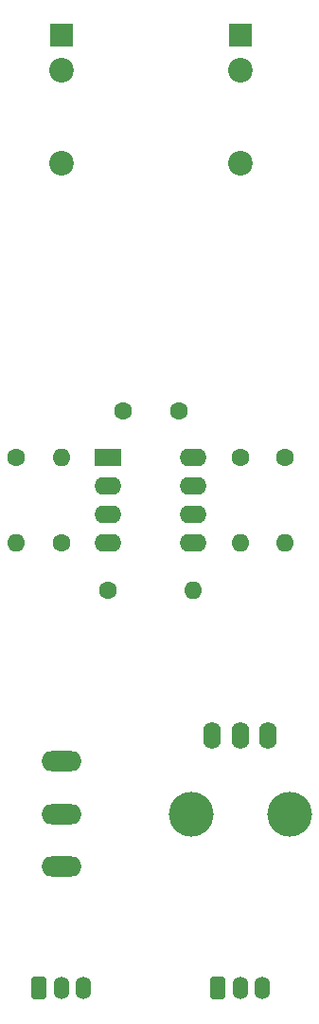
<source format=gbr>
%TF.GenerationSoftware,KiCad,Pcbnew,9.0.4*%
%TF.CreationDate,2026-01-18T07:18:29+11:00*%
%TF.ProjectId,LFO,4c464f2e-6b69-4636-9164-5f7063625858,rev?*%
%TF.SameCoordinates,Original*%
%TF.FileFunction,Soldermask,Top*%
%TF.FilePolarity,Negative*%
%FSLAX46Y46*%
G04 Gerber Fmt 4.6, Leading zero omitted, Abs format (unit mm)*
G04 Created by KiCad (PCBNEW 9.0.4) date 2026-01-18 07:18:29*
%MOMM*%
%LPD*%
G01*
G04 APERTURE LIST*
G04 Aperture macros list*
%AMRoundRect*
0 Rectangle with rounded corners*
0 $1 Rounding radius*
0 $2 $3 $4 $5 $6 $7 $8 $9 X,Y pos of 4 corners*
0 Add a 4 corners polygon primitive as box body*
4,1,4,$2,$3,$4,$5,$6,$7,$8,$9,$2,$3,0*
0 Add four circle primitives for the rounded corners*
1,1,$1+$1,$2,$3*
1,1,$1+$1,$4,$5*
1,1,$1+$1,$6,$7*
1,1,$1+$1,$8,$9*
0 Add four rect primitives between the rounded corners*
20,1,$1+$1,$2,$3,$4,$5,0*
20,1,$1+$1,$4,$5,$6,$7,0*
20,1,$1+$1,$6,$7,$8,$9,0*
20,1,$1+$1,$8,$9,$2,$3,0*%
G04 Aperture macros list end*
%ADD10C,1.600000*%
%ADD11O,1.600000X1.600000*%
%ADD12C,4.000000*%
%ADD13O,1.600000X2.400000*%
%ADD14RoundRect,0.291666X-0.408334X-0.708334X0.408334X-0.708334X0.408334X0.708334X-0.408334X0.708334X0*%
%ADD15O,1.400000X2.000000*%
%ADD16R,2.000000X2.000000*%
%ADD17C,2.200000*%
%ADD18O,3.600000X1.800000*%
%ADD19R,2.400000X1.600000*%
%ADD20O,2.400000X1.600000*%
G04 APERTURE END LIST*
D10*
%TO.C,R5*%
X162000000Y-96190000D03*
D11*
X162000000Y-103810000D03*
%TD*%
D10*
%TO.C,R3*%
X146190000Y-108000000D03*
D11*
X153810000Y-108000000D03*
%TD*%
D10*
%TO.C,R1*%
X138000000Y-96190000D03*
D11*
X138000000Y-103810000D03*
%TD*%
D10*
%TO.C,R4*%
X158050000Y-96190000D03*
D11*
X158050000Y-103810000D03*
%TD*%
D10*
%TO.C,R2*%
X142000000Y-103810000D03*
D11*
X142000000Y-96190000D03*
%TD*%
D12*
%TO.C,RV1*%
X162400000Y-128000000D03*
X153600000Y-128000000D03*
D13*
X155499999Y-121000000D03*
X158000000Y-121000000D03*
X160500001Y-121000000D03*
%TD*%
D14*
%TO.C,J3*%
X140000000Y-143550000D03*
D15*
X142000000Y-143550000D03*
X144000000Y-143550000D03*
%TD*%
D14*
%TO.C,J4*%
X156000000Y-143550000D03*
D15*
X158000000Y-143550000D03*
X160000000Y-143550000D03*
%TD*%
D16*
%TO.C,J1*%
X142000000Y-58520000D03*
D17*
X142000000Y-61620000D03*
X142000000Y-69920000D03*
%TD*%
D16*
%TO.C,J2*%
X158000000Y-58520000D03*
D17*
X158000000Y-61620000D03*
X158000000Y-69920000D03*
%TD*%
D18*
%TO.C,SW1*%
X142000000Y-123300000D03*
X142000000Y-128000000D03*
X142000000Y-132700000D03*
%TD*%
D19*
%TO.C,U1*%
X146190000Y-96190000D03*
D20*
X146190000Y-98730000D03*
X146190000Y-101270000D03*
X146190000Y-103810000D03*
X153810000Y-103810000D03*
X153810000Y-101270000D03*
X153810000Y-98730000D03*
X153810000Y-96190000D03*
%TD*%
D10*
%TO.C,C1*%
X147500000Y-92000000D03*
X152500000Y-92000000D03*
%TD*%
M02*

</source>
